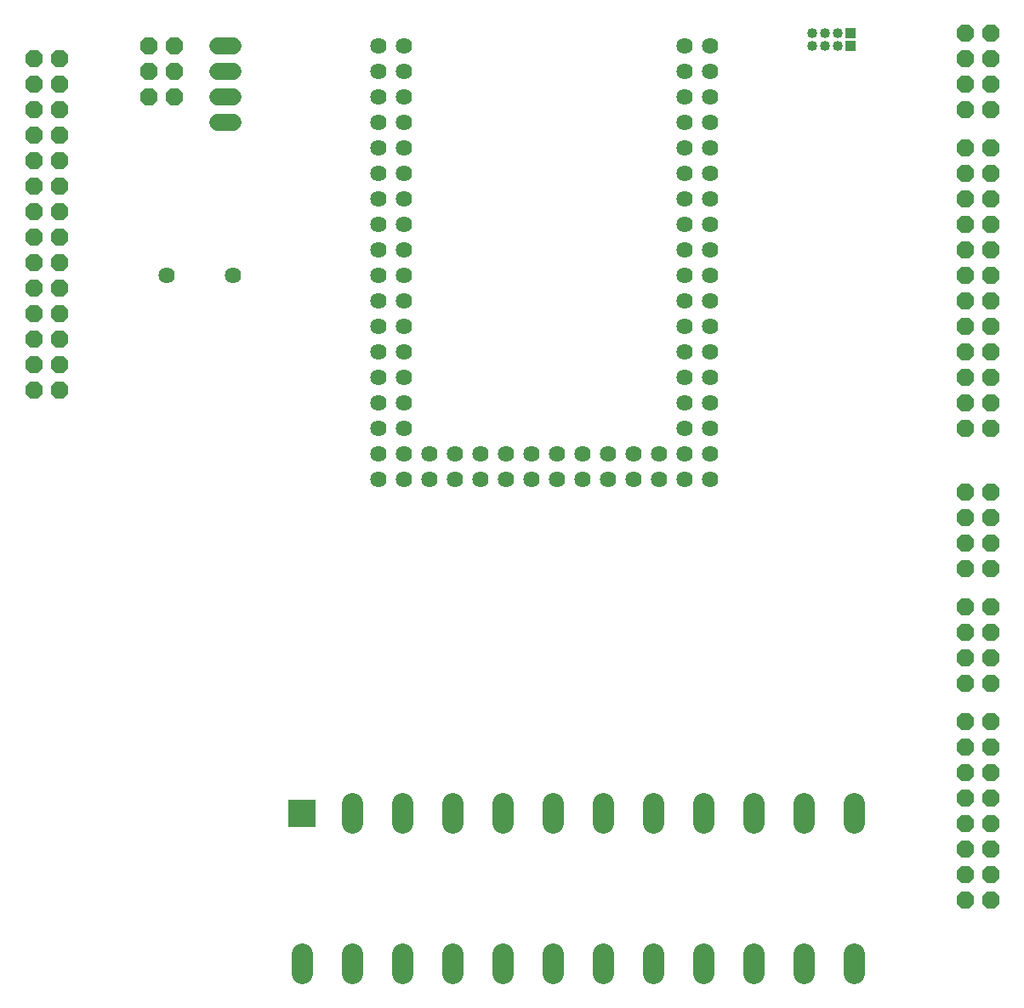
<source format=gbs>
G75*
%MOIN*%
%OFA0B0*%
%FSLAX25Y25*%
%IPPOS*%
%LPD*%
%AMOC8*
5,1,8,0,0,1.08239X$1,22.5*
%
%ADD10C,0.06400*%
%ADD11C,0.04000*%
%ADD12R,0.04000X0.04000*%
%ADD13R,0.10800X0.10800*%
%ADD14C,0.08400*%
%ADD15OC8,0.06800*%
%ADD16C,0.06800*%
D10*
X0146000Y0211000D03*
X0146000Y0221000D03*
X0146000Y0231000D03*
X0146000Y0241000D03*
X0146000Y0251000D03*
X0146000Y0261000D03*
X0146000Y0271000D03*
X0146000Y0281000D03*
X0146000Y0291000D03*
X0146000Y0301000D03*
X0146000Y0311000D03*
X0146000Y0321000D03*
X0146000Y0331000D03*
X0146000Y0341000D03*
X0146000Y0351000D03*
X0146000Y0361000D03*
X0146000Y0371000D03*
X0146000Y0381000D03*
X0156000Y0381000D03*
X0156000Y0371000D03*
X0156000Y0361000D03*
X0156000Y0351000D03*
X0156000Y0341000D03*
X0156000Y0331000D03*
X0156000Y0321000D03*
X0156000Y0311000D03*
X0156000Y0301000D03*
X0156000Y0291000D03*
X0156000Y0281000D03*
X0156000Y0271000D03*
X0156000Y0261000D03*
X0156000Y0251000D03*
X0156000Y0241000D03*
X0156000Y0231000D03*
X0156000Y0221000D03*
X0156000Y0211000D03*
X0166000Y0211000D03*
X0166000Y0221000D03*
X0176000Y0221000D03*
X0176000Y0211000D03*
X0186000Y0211000D03*
X0186000Y0221000D03*
X0196000Y0221000D03*
X0196000Y0211000D03*
X0206000Y0211000D03*
X0206000Y0221000D03*
X0216000Y0221000D03*
X0216000Y0211000D03*
X0226000Y0211000D03*
X0226000Y0221000D03*
X0236000Y0221000D03*
X0236000Y0211000D03*
X0246000Y0211000D03*
X0246000Y0221000D03*
X0256000Y0221000D03*
X0256000Y0211000D03*
X0266000Y0211000D03*
X0266000Y0221000D03*
X0276000Y0221000D03*
X0276000Y0211000D03*
X0276000Y0231000D03*
X0276000Y0241000D03*
X0266000Y0241000D03*
X0266000Y0231000D03*
X0266000Y0251000D03*
X0266000Y0261000D03*
X0276000Y0261000D03*
X0276000Y0251000D03*
X0276000Y0271000D03*
X0276000Y0281000D03*
X0266000Y0281000D03*
X0266000Y0271000D03*
X0266000Y0291000D03*
X0276000Y0291000D03*
X0276000Y0301000D03*
X0276000Y0311000D03*
X0266000Y0311000D03*
X0266000Y0301000D03*
X0266000Y0321000D03*
X0266000Y0331000D03*
X0276000Y0331000D03*
X0276000Y0321000D03*
X0276000Y0341000D03*
X0276000Y0351000D03*
X0266000Y0351000D03*
X0266000Y0341000D03*
X0266000Y0361000D03*
X0266000Y0371000D03*
X0276000Y0371000D03*
X0276000Y0361000D03*
X0276000Y0381000D03*
X0266000Y0381000D03*
X0088992Y0291000D03*
X0063008Y0291000D03*
D11*
X0316000Y0381000D03*
X0316000Y0386000D03*
X0321000Y0386000D03*
X0321000Y0381000D03*
X0326000Y0381000D03*
X0326000Y0386000D03*
D12*
X0331000Y0386000D03*
X0331000Y0381000D03*
D13*
X0116000Y0080055D03*
D14*
X0116000Y0024800D02*
X0116000Y0017200D01*
X0135685Y0017200D02*
X0135685Y0024800D01*
X0155370Y0024800D02*
X0155370Y0017200D01*
X0175055Y0017200D02*
X0175055Y0024800D01*
X0194740Y0024800D02*
X0194740Y0017200D01*
X0214425Y0017200D02*
X0214425Y0024800D01*
X0234110Y0024800D02*
X0234110Y0017200D01*
X0253795Y0017200D02*
X0253795Y0024800D01*
X0273480Y0024800D02*
X0273480Y0017200D01*
X0293165Y0017200D02*
X0293165Y0024800D01*
X0312850Y0024800D02*
X0312850Y0017200D01*
X0332535Y0017200D02*
X0332535Y0024800D01*
X0332535Y0076255D02*
X0332535Y0083855D01*
X0312850Y0083855D02*
X0312850Y0076255D01*
X0293165Y0076255D02*
X0293165Y0083855D01*
X0273480Y0083855D02*
X0273480Y0076255D01*
X0253795Y0076255D02*
X0253795Y0083855D01*
X0234110Y0083855D02*
X0234110Y0076255D01*
X0214425Y0076255D02*
X0214425Y0083855D01*
X0194740Y0083855D02*
X0194740Y0076255D01*
X0175055Y0076255D02*
X0175055Y0083855D01*
X0155370Y0083855D02*
X0155370Y0076255D01*
X0135685Y0076255D02*
X0135685Y0083855D01*
D15*
X0021000Y0246000D03*
X0021000Y0256000D03*
X0021000Y0266000D03*
X0021000Y0276000D03*
X0021000Y0286000D03*
X0021000Y0296000D03*
X0021000Y0306000D03*
X0021000Y0316000D03*
X0021000Y0326000D03*
X0021000Y0336000D03*
X0021000Y0346000D03*
X0021000Y0356000D03*
X0021000Y0366000D03*
X0021000Y0376000D03*
X0011000Y0376000D03*
X0011000Y0366000D03*
X0011000Y0356000D03*
X0011000Y0346000D03*
X0011000Y0336000D03*
X0011000Y0326000D03*
X0011000Y0316000D03*
X0011000Y0306000D03*
X0011000Y0296000D03*
X0011000Y0286000D03*
X0011000Y0276000D03*
X0011000Y0266000D03*
X0011000Y0256000D03*
X0011000Y0246000D03*
X0056000Y0361000D03*
X0056000Y0371000D03*
X0066000Y0371000D03*
X0066000Y0361000D03*
X0066000Y0381000D03*
X0056000Y0381000D03*
X0376000Y0376000D03*
X0376000Y0366000D03*
X0386000Y0366000D03*
X0386000Y0376000D03*
X0386000Y0386000D03*
X0376000Y0386000D03*
X0376000Y0356000D03*
X0386000Y0356000D03*
X0386000Y0341000D03*
X0376000Y0341000D03*
X0376000Y0331000D03*
X0376000Y0321000D03*
X0386000Y0321000D03*
X0386000Y0331000D03*
X0386000Y0311000D03*
X0386000Y0301000D03*
X0376000Y0301000D03*
X0376000Y0311000D03*
X0376000Y0291000D03*
X0386000Y0291000D03*
X0386000Y0281000D03*
X0386000Y0271000D03*
X0376000Y0271000D03*
X0376000Y0281000D03*
X0376000Y0261000D03*
X0376000Y0251000D03*
X0386000Y0251000D03*
X0386000Y0261000D03*
X0386000Y0241000D03*
X0386000Y0231000D03*
X0376000Y0231000D03*
X0376000Y0241000D03*
X0376000Y0206000D03*
X0386000Y0206000D03*
X0386000Y0196000D03*
X0376000Y0196000D03*
X0376000Y0186000D03*
X0376000Y0176000D03*
X0386000Y0176000D03*
X0386000Y0186000D03*
X0386000Y0161000D03*
X0386000Y0151000D03*
X0376000Y0151000D03*
X0376000Y0161000D03*
X0376000Y0141000D03*
X0376000Y0131000D03*
X0386000Y0131000D03*
X0386000Y0141000D03*
X0386000Y0116000D03*
X0376000Y0116000D03*
X0376000Y0106000D03*
X0376000Y0096000D03*
X0386000Y0096000D03*
X0386000Y0106000D03*
X0386000Y0086000D03*
X0386000Y0076000D03*
X0376000Y0076000D03*
X0376000Y0086000D03*
X0376000Y0066000D03*
X0376000Y0056000D03*
X0386000Y0056000D03*
X0386000Y0066000D03*
X0386000Y0046000D03*
X0376000Y0046000D03*
D16*
X0089000Y0351000D02*
X0083000Y0351000D01*
X0083000Y0361000D02*
X0089000Y0361000D01*
X0089000Y0371000D02*
X0083000Y0371000D01*
X0083000Y0381000D02*
X0089000Y0381000D01*
M02*

</source>
